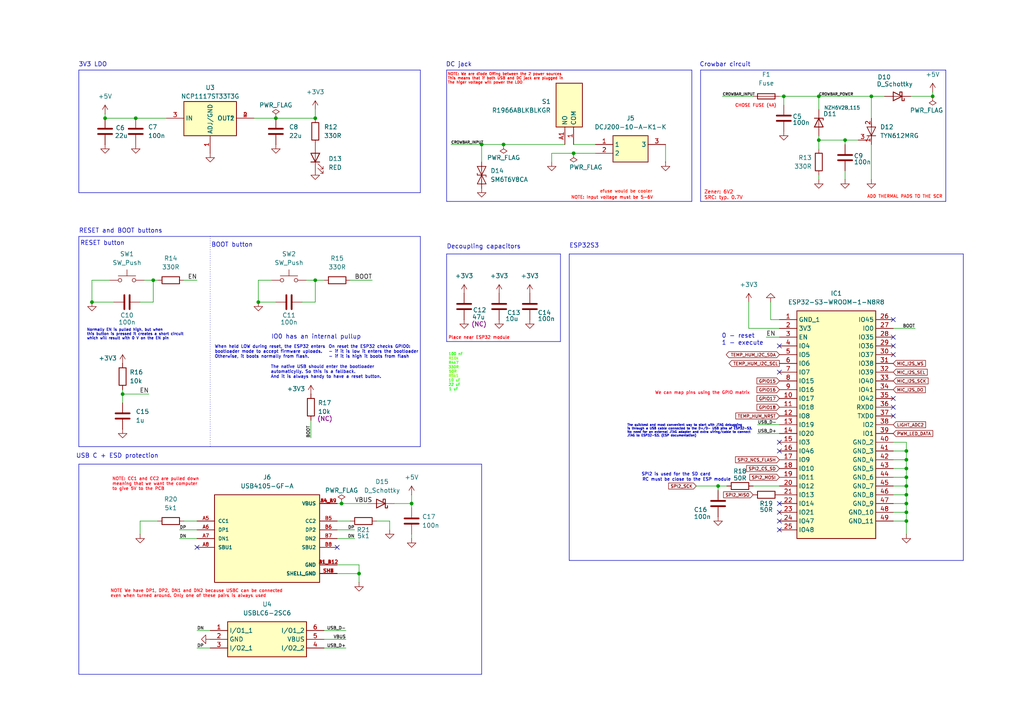
<source format=kicad_sch>
(kicad_sch (version 20250114) (generator "eeschema") (generator_version "9.0")
  (paper "A4")
  (lib_symbols
    (symbol "DCJ200-10-A-K1-K:DCJ200-10-A-K1-K"
      (property "Reference" "J" (at 16.51 7.62 0))
      (property "Value" "DCJ200-10-A-K1-K" (at 16.51 5.08 0))
      (symbol "DCJ200-10-A-K1-K_1_1"
        (pin passive line (at 0 0 0) (length 5.08) (name "1") (number "1"))
        (pin passive line (at 0 -2.54 0) (length 5.08) (name "2") (number "2"))
        (pin passive line (at 20.32 0 180) (length 5.08) (name "3") (number "3"))
      )
    )
    (symbol "Device:C" (pin_numbers (hide yes)) (pin_names (offset 0.254))
      (property "Reference" "C" (at 0.635 2.54 0))
      (property "Value" "C" (at 0.635 -2.54 0))
      (symbol "C_1_1"
        (pin passive line (at 0 3.81 270) (length 2.794) (name "~") (number "1"))
        (pin passive line (at 0 -3.81 90) (length 2.794) (name "~") (number "2"))
      )
    )
    (symbol "Device:D_Schottky" (pin_numbers (hide yes)) (pin_names (offset 1.016) (hide yes))
      (property "Reference" "D" (at 0 2.54 0))
      (property "Value" "D_Schottky" (at 0 -2.54 0))
      (symbol "D_Schottky_1_1"
        (pin passive line (at -3.81 0 0) (length 2.54) (name "K") (number "1"))
        (pin passive line (at 3.81 0 180) (length 2.54) (name "A") (number "2"))
      )
    )
    (symbol "Device:D_Zener" (pin_numbers (hide yes)) (pin_names (offset 1.016) (hide yes))
      (property "Reference" "D" (at 0 2.54 0))
      (property "Value" "D_Zener" (at 0 -2.54 0))
      (symbol "D_Zener_1_1"
        (pin passive line (at -3.81 0 0) (length 2.54) (name "K") (number "1"))
        (pin passive line (at 3.81 0 180) (length 2.54) (name "A") (number "2"))
      )
    )
    (symbol "Device:Fuse" (pin_numbers (hide yes)) (pin_names (offset 0))
      (property "Reference" "F" (at 2.032 0 90))
      (property "Value" "Fuse" (at -1.905 0 90))
      (symbol "Fuse_1_1"
        (pin passive line (at 0 3.81 270) (length 1.27) (name "~") (number "1"))
        (pin passive line (at 0 -3.81 90) (length 1.27) (name "~") (number "2"))
      )
    )
    (symbol "Device:Q_SCR_KAG" (pin_names (offset 0) (hide yes))
      (property "Reference" "D" (at 1.905 0.635 0))
      (property "Value" "Q_SCR_KAG" (at 1.905 -1.27 0))
      (symbol "Q_SCR_KAG_1_1"
        (pin input line (at -3.81 -2.54 0) (length 2.54) (name "G") (number "3"))
        (pin passive line (at 0 3.81 270) (length 2.54) (name "A") (number "2"))
        (pin passive line (at 0 -3.81 90) (length 2.54) (name "K") (number "1"))
      )
    )
    (symbol "Device:R" (pin_numbers (hide yes)) (pin_names (offset 0))
      (property "Reference" "R" (at 2.032 0 90))
      (property "Value" "R" (at 0 0 90))
      (symbol "R_1_1"
        (pin passive line (at 0 3.81 270) (length 1.27) (name "~") (number "1"))
        (pin passive line (at 0 -3.81 90) (length 1.27) (name "~") (number "2"))
      )
    )
    (symbol "Diode:ESD9B3.3ST5G" (pin_numbers (hide yes)) (pin_names (offset 1.016) (hide yes))
      (property "Reference" "D" (at 0 2.54 0))
      (property "Value" "ESD9B3.3ST5G" (at 0 -2.54 0))
      (symbol "ESD9B3.3ST5G_1_1"
        (pin passive line (at -3.81 0 0) (length 2.54) (name "A1") (number "1"))
        (pin passive line (at 3.81 0 180) (length 2.54) (name "A2") (number "2"))
      )
    )
    (symbol "ESP32-S3-WROOM-1-N8R8:ESP32-S3-WROOM-1-N8R8"
      (property "Reference" "IC" (at 29.21 7.62 0))
      (property "Value" "ESP32-S3-WROOM-1-N8R8" (at 29.21 5.08 0))
      (symbol "ESP32-S3-WROOM-1-N8R8_1_1"
        (pin passive line (at 0 0 0) (length 5.08) (name "GND_1") (number "1"))
        (pin passive line (at 0 -2.54 0) (length 5.08) (name "3V3") (number "2"))
        (pin passive line (at 0 -5.08 0) (length 5.08) (name "EN") (number "3"))
        (pin passive line (at 0 -7.62 0) (length 5.08) (name "IO4") (number "4"))
        (pin passive line (at 0 -10.16 0) (length 5.08) (name "IO5") (number "5"))
        (pin passive line (at 0 -12.7 0) (length 5.08) (name "IO6") (number "6"))
        (pin passive line (at 0 -15.24 0) (length 5.08) (name "IO7") (number "7"))
        (pin passive line (at 0 -17.78 0) (length 5.08) (name "IO15") (number "8"))
        (pin passive line (at 0 -20.32 0) (length 5.08) (name "IO16") (number "9"))
        (pin passive line (at 0 -22.86 0) (length 5.08) (name "IO17") (number "10"))
        (pin passive line (at 0 -25.4 0) (length 5.08) (name "IO18") (number "11"))
        (pin passive line (at 0 -27.94 0) (length 5.08) (name "IO8") (number "12"))
        (pin passive line (at 0 -30.48 0) (length 5.08) (name "IO19") (number "13"))
        (pin passive line (at 0 -33.02 0) (length 5.08) (name "IO20") (number "14"))
        (pin passive line (at 0 -35.56 0) (length 5.08) (name "IO3") (number "15"))
        (pin passive line (at 0 -38.1 0) (length 5.08) (name "IO46") (number "16"))
        (pin passive line (at 0 -40.64 0) (length 5.08) (name "IO9") (number "17"))
        (pin passive line (at 0 -43.18 0) (length 5.08) (name "IO10") (number "18"))
        (pin passive line (at 0 -45.72 0) (length 5.08) (name "IO11") (number "19"))
        (pin passive line (at 0 -48.26 0) (length 5.08) (name "IO12") (number "20"))
        (pin passive line (at 0 -50.8 0) (length 5.08) (name "IO13") (number "21"))
        (pin passive line (at 0 -53.34 0) (length 5.08) (name "IO14") (number "22"))
        (pin passive line (at 0 -55.88 0) (length 5.08) (name "IO21") (number "23"))
        (pin passive line (at 0 -58.42 0) (length 5.08) (name "IO47") (number "24"))
        (pin passive line (at 0 -60.96 0) (length 5.08) (name "IO48") (number "25"))
        (pin passive line (at 33.02 0 180) (length 5.08) (name "IO45") (number "26"))
        (pin passive line (at 33.02 -2.54 180) (length 5.08) (name "IO0") (number "27"))
        (pin passive line (at 33.02 -5.08 180) (length 5.08) (name "IO35") (number "28"))
        (pin passive line (at 33.02 -7.62 180) (length 5.08) (name "IO36") (number "29"))
        (pin passive line (at 33.02 -10.16 180) (length 5.08) (name "IO37") (number "30"))
        (pin passive line (at 33.02 -12.7 180) (length 5.08) (name "IO38") (number "31"))
        (pin passive line (at 33.02 -15.24 180) (length 5.08) (name "IO39") (number "32"))
        (pin passive line (at 33.02 -17.78 180) (length 5.08) (name "IO40") (number "33"))
        (pin passive line (at 33.02 -20.32 180) (length 5.08) (name "IO41") (number "34"))
        (pin passive line (at 33.02 -22.86 180) (length 5.08) (name "IO42") (number "35"))
        (pin passive line (at 33.02 -25.4 180) (length 5.08) (name "RXD0") (number "36"))
        (pin passive line (at 33.02 -27.94 180) (length 5.08) (name "TXD0") (number "37"))
        (pin passive line (at 33.02 -30.48 180) (length 5.08) (name "IO2") (number "38"))
        (pin passive line (at 33.02 -33.02 180) (length 5.08) (name "IO1") (number "39"))
        (pin passive line (at 33.02 -35.56 180) (length 5.08) (name "GND_2") (number "40"))
        (pin passive line (at 33.02 -38.1 180) (length 5.08) (name "GND_3") (number "41"))
        (pin passive line (at 33.02 -40.64 180) (length 5.08) (name "GND_4") (number "42"))
        (pin passive line (at 33.02 -43.18 180) (length 5.08) (name "GND_5") (number "43"))
        (pin passive line (at 33.02 -45.72 180) (length 5.08) (name "GND_6") (number "44"))
        (pin passive line (at 33.02 -48.26 180) (length 5.08) (name "GND_7") (number "45"))
        (pin passive line (at 33.02 -50.8 180) (length 5.08) (name "GND_8") (number "46"))
        (pin passive line (at 33.02 -53.34 180) (length 5.08) (name "GND_9") (number "47"))
        (pin passive line (at 33.02 -55.88 180) (length 5.08) (name "GND_10") (number "48"))
        (pin passive line (at 33.02 -58.42 180) (length 5.08) (name "GND_11") (number "49"))
      )
    )
    (symbol "LED_1" (pin_numbers (hide yes)) (pin_names (offset 1.016) (hide yes))
      (property "Reference" "D" (at 0 2.54 0))
      (property "Value" "LED" (at 0 -2.54 0))
      (symbol "LED_1_1_1"
        (pin passive line (at -3.81 0 0) (length 2.54) (name "K") (number "1"))
        (pin passive line (at 3.81 0 180) (length 2.54) (name "A") (number "2"))
      )
    )
    (symbol "NCP1117ST33T3G:NCP1117-fixed"
      (property "Reference" "U" (at 0 0 0))
      (symbol "NCP1117-fixed_1_1"
        (pin passive line (at -17.78 -6.35 0) (length 5.08) (name "IN") (number "3"))
        (pin passive line (at -5.08 -16.51 90) (length 5.08) (name "ADJ/GND") (number "1"))
        (pin passive line (at 7.62 -6.35 180) (length 5.08) (name "OUT1") (number "2"))
        (pin passive line (at 7.62 -6.35 180) (length 5.08) (name "OUT2") (number "4"))
      )
    )
    (symbol "R1966ABLKBLKGR:R1966ABLKBLKGR"
      (property "Reference" "S" (at 19.05 7.62 0))
      (property "Value" "R1966ABLKBLKGR" (at 19.05 5.08 0))
      (symbol "R1966ABLKBLKGR_1_1"
        (pin passive line (at 0 0 0) (length 5.08) (name "NO") (number "A1"))
        (pin passive line (at 0 -2.54 0) (length 5.08) (name "COM") (number "1"))
      )
    )
    (symbol "Switch:SW_Push" (pin_numbers (hide yes)) (pin_names (offset 1.016) (hide yes))
      (property "Reference" "SW" (at 1.27 2.54 0))
      (property "Value" "SW_Push" (at 0 -1.524 0))
      (symbol "SW_Push_0_1"
        (pin passive line (at -5.08 0 0) (length 2.54) (name "1") (number "1"))
        (pin passive line (at 5.08 0 180) (length 2.54) (name "2") (number "2"))
      )
    )
    (symbol "USB4105-GF-A:USB4105-GF-A" (pin_names (offset 1.016))
      (property "Reference" "J" (at -15.24 13.97 0))
      (property "Value" "USB4105-GF-A" (at -15.24 -15.24 0))
      (symbol "USB4105-GF-A_0_0"
        (pin bidirectional line (at -20.32 5.08 0) (length 5.08) (name "CC1") (number "A5"))
        (pin bidirectional line (at -20.32 2.54 0) (length 5.08) (name "DP1") (number "A6"))
        (pin bidirectional line (at -20.32 0 0) (length 5.08) (name "DN1") (number "A7"))
        (pin bidirectional line (at -20.32 -2.54 0) (length 5.08) (name "SBU1") (number "A8"))
        (pin power_in line (at 20.32 10.16 180) (length 5.08) (name "VBUS") (number "A4_B9"))
        (pin power_in line (at 20.32 10.16 180) (length 5.08) (name "VBUS") (number "B4_A9"))
        (pin bidirectional line (at 20.32 5.08 180) (length 5.08) (name "CC2") (number "B5"))
        (pin bidirectional line (at 20.32 2.54 180) (length 5.08) (name "DP2") (number "B6"))
        (pin bidirectional line (at 20.32 0 180) (length 5.08) (name "DN2") (number "B7"))
        (pin bidirectional line (at 20.32 -2.54 180) (length 5.08) (name "SBU2") (number "B8"))
        (pin power_in line (at 20.32 -7.62 180) (length 5.08) (name "GND") (number "A1_B12"))
        (pin power_in line (at 20.32 -7.62 180) (length 5.08) (name "GND") (number "B1_A12"))
        (pin power_in line (at 20.32 -10.16 180) (length 5.08) (name "SHELL_GND") (number "SH1"))
        (pin power_in line (at 20.32 -10.16 180) (length 5.08) (name "SHELL_GND") (number "SH2"))
        (pin power_in line (at 20.32 -10.16 180) (length 5.08) (name "SHELL_GND") (number "SH3"))
        (pin power_in line (at 20.32 -10.16 180) (length 5.08) (name "SHELL_GND") (number "SH4"))
      )
    )
    (symbol "USBLC6-2SC6:USBLC6-2SC6"
      (property "Reference" "IC" (at 29.21 7.62 0))
      (property "Value" "USBLC6-2SC6" (at 29.21 5.08 0))
      (symbol "USBLC6-2SC6_1_1"
        (pin passive line (at 0 0 0) (length 5.08) (name "I/O1_1") (number "1"))
        (pin passive line (at 0 -2.54 0) (length 5.08) (name "GND") (number "2"))
        (pin passive line (at 0 -5.08 0) (length 5.08) (name "I/O2_1") (number "3"))
        (pin passive line (at 33.02 0 180) (length 5.08) (name "I/O1_2") (number "6"))
        (pin passive line (at 33.02 -2.54 180) (length 5.08) (name "VBUS") (number "5"))
        (pin passive line (at 33.02 -5.08 180) (length 5.08) (name "I/O2_2") (number "4"))
      )
    )
    (symbol "power:+3V3" (power) (pin_numbers (hide yes)) (pin_names (offset 0) (hide yes))
      (property "Value" "+3V3" (at 0 3.556 0))
      (symbol "+3V3_1_1"
        (pin power_in line (at 0 0 90) (length 0) (name "~") (number "1"))
      )
    )
    (symbol "power:+5V" (power) (pin_numbers (hide yes)) (pin_names (offset 0) (hide yes))
      (property "Value" "+5V" (at 0 3.556 0))
      (symbol "+5V_1_1"
        (pin power_in line (at 0 0 90) (length 0) (name "~") (number "1"))
      )
    )
    (symbol "power:GND" (power) (pin_numbers (hide yes)) (pin_names (offset 0) (hide yes))
      (property "Value" "GND" (at 0 -3.81 0))
      (symbol "GND_1_1"
        (pin power_in line (at 0 0 270) (length 0) (name "~") (number "1"))
      )
    )
    (symbol "power:PWR_FLAG" (power) (pin_numbers (hide yes)) (pin_names (offset 0) (hide yes))
      (property "Value" "PWR_FLAG" (at 0 3.81 0))
      (symbol "PWR_FLAG_0_0"
        (pin power_out line (at 0 0 90) (length 0) (name "~") (number "1"))
      )
    )
  )
  (text "330R" (at 131.572 106.68 0) (effects (font (size 0.762 0.762))))
  (text "DC jack" (at 133.096 18.796 0) (effects (font (size 1.27 1.27))))
  (text "USB C + ESD protection" (at 34.036 132.334 0) (effects (font (size 1.27 1.27))))
  (text "3V3 LDO" (at 26.924 18.796 0) (effects (font (size 1.27 1.27))))
  (text "NOTE: CC1 and CC2 are pulled down\nmeaning that we want the computer \nto give 5V to the PCB" (at 32.512 140.462 0) (effects (font (size 0.889 0.889)) (justify left)))
  (text "R5k1" (at 131.572 109.22 0) (effects (font (size 0.762 0.762))))
  (text "22 uF" (at 131.826 111.76 0) (effects (font (size 0.762 0.762))))
  (text "R10k" (at 131.572 104.14 0) (effects (font (size 0.762 0.762))))
  (text "We can map pins using the GPIO matrix" (at 203.708 114.046 0) (effects (font (size 0.889 0.889))))
  (text "R4k7" (at 131.572 105.41 0) (effects (font (size 0.762 0.762))))
  (text "0 - reset\n1 - execute" (at 209.296 98.552 0) (effects (font (size 1.27 1.27)) (justify left)))
  (text "CHOSE FUSE (4A)" (at 219.202 30.734 0) (effects (font (size 0.889 0.889))))
  (text "ADD THERMAL PADS TO THE SCR" (at 251.46 57.15 0) (effects (font (size 0.889 0.889)) (justify left)))
  (text "100 nF" (at 130.048 102.87 0) (effects (font (size 0.762 0.762)) (justify left)))
  (text "RESET button" (at 29.718 70.612 0) (effects (font (size 1.27 1.27))))
  (text "When held LOW during reset, the ESP32 enters \nbootloader mode to accept firmware uploads.\nOtherwise, it boots normally from flash." (at 62.23 102.108 0) (effects (font (size 0.889 0.889)) (justify left)))
  (text "IO0 has an internal pullup" (at 91.694 97.79 0) (effects (font (size 1.27 1.27))))
  (text "Zener: 6V2\nSRC: typ. 0.7V" (at 204.216 56.642 0) (effects (font (size 1.016 1.016)) (justify left)))
  (text "Place near ESP32 module" (at 138.938 98.044 0) (effects (font (size 0.889 0.889))))
  (text "NOTE: Input voltage must be 5-6V" (at 165.608 57.404 0) (effects (font (size 0.889 0.889)) (justify left)))
  (text "50R" (at 131.318 107.95 0) (effects (font (size 0.762 0.762))))
  (text "The quickest and most convenient way to start with JTAG debugging\nis through a USB cable connected to the D+/D- USB pins of ESP32-S3.\nNo need for an external JTAG adapter and extra wiring/cable to connect\nJTAG to ESP32-S3. (ESP documentation)" (at 181.864 124.968 0) (effects (font (size 0.635 0.635)) (justify left)))
  (text "Crowbar circuit" (at 210.312 18.796 0) (effects (font (size 1.27 1.27))))
  (text "efuse would be cooler" (at 181.61 55.626 0) (effects (font (size 0.889 0.889))))
  (text "RESET and BOOT buttons" (at 22.86 67.056 0) (effects (font (size 1.27 1.27)) (justify left)))
  (text "10 uF" (at 131.826 110.49 0) (effects (font (size 0.762 0.762))))
  (text "SPI2 is used for the SD card" (at 196.088 137.668 0) (effects (font (size 0.889 0.889))))
  (text "Decoupling capacitors" (at 129.54 71.628 0) (effects (font (size 1.27 1.27)) (justify left)))
  (text "BOOT button" (at 67.31 71.12 0) (effects (font (size 1.27 1.27))))
  (text "RC must be close to the ESP module" (at 199.136 139.192 0) (effects (font (size 0.889 0.889))))
  (text "NOTE: We are diode ORing between the 2 power sources\nThis means that if both USB and DC jack are plugged in\nThe higer voltage will power the LDO" (at 129.794 22.86 0) (effects (font (size 0.762 0.762)) (justify left)))
  (text "Normally EN is pulled high, but when\nthis button is pressed it creates a short circuit\nwhich will result with 0 V on the EN pin" (at 25.146 97.028 0) (effects (font (size 0.762 0.762)) (justify left)))
  (text "NOTE We have DP1, DP2, DN1 and DN2 because USBC can be connected\neven when turned around. Only one of these pairs is always used" (at 32.004 172.212 0) (effects (font (size 0.889 0.889)) (justify left)))
  (text "1 uF" (at 131.572 113.03 0) (effects (font (size 0.762 0.762))))
  (text "On reset the ESP32 checks GPIO0:\n- if it is low it enters the bootloader\n- if it is high it boots from flash" (at 95.25 102.108 0) (effects (font (size 0.889 0.889)) (justify left)))
  (text "The native USB should enter the bootloader\nautomaticylly. So this is a fallback.\nAnd it is always handy to have a reset button." (at 78.486 107.95 0) (effects (font (size 0.889 0.889)) (justify left)))
  (text "ESP32S3" (at 165.1 71.374 0) (effects (font (size 1.27 1.27)) (justify left)))
  (junction (at 262.89 146.05))
  (junction (at 91.44 34.29))
  (junction (at 237.49 40.64))
  (junction (at 104.14 166.37))
  (junction (at 119.38 146.05))
  (junction (at 262.89 151.13))
  (junction (at 262.89 133.35))
  (junction (at 262.89 148.59))
  (junction (at 35.56 114.3))
  (junction (at 146.05 41.91))
  (junction (at 262.89 135.89))
  (junction (at 80.01 34.29))
  (junction (at 252.73 27.94))
  (junction (at 74.93 87.63))
  (junction (at 227.33 27.94))
  (junction (at 39.37 34.29))
  (junction (at 91.44 81.28))
  (junction (at 99.06 146.05))
  (junction (at 262.89 143.51))
  (junction (at 262.89 140.97))
  (junction (at 262.89 130.81))
  (junction (at 237.49 27.94))
  (junction (at 270.51 27.94))
  (junction (at 30.48 34.29))
  (junction (at 166.37 44.45))
  (junction (at 262.89 138.43))
  (junction (at 208.28 140.97))
  (junction (at 139.7 41.91))
  (junction (at 245.11 40.64))
  (junction (at 26.67 87.63))
  (junction (at 44.45 81.28))
  (no_connect (at 259.08 102.87))
  (no_connect (at 226.06 128.27))
  (no_connect (at 226.06 130.81))
  (no_connect (at 259.08 115.57))
  (no_connect (at 259.08 118.11))
  (no_connect (at 57.15 158.75))
  (no_connect (at 226.06 148.59))
  (no_connect (at 259.08 120.65))
  (no_connect (at 259.08 97.79))
  (no_connect (at 97.79 158.75))
  (no_connect (at 226.06 146.05))
  (no_connect (at 226.06 100.33))
  (no_connect (at 226.06 153.67))
  (no_connect (at 226.06 151.13))
  (no_connect (at 259.08 100.33))
  (no_connect (at 259.08 92.71))
  (no_connect (at 226.06 107.95))
  (wire (pts (xy 146.05 41.91) (xy 139.7 41.91)))
  (wire (pts (xy 30.48 33.02) (xy 30.48 34.29)))
  (wire (pts (xy 40.64 151.13) (xy 40.64 154.94)))
  (wire (pts (xy 252.73 34.29) (xy 252.73 27.94)))
  (polyline (pts (xy 203.2 20.32) (xy 203.2 58.42)))
  (wire (pts (xy 227.33 27.94) (xy 227.33 30.48)))
  (wire (pts (xy 237.49 27.94) (xy 237.49 31.75)))
  (polyline (pts (xy 165.1 73.66) (xy 165.1 162.56)) (stroke (width 0) (type solid)))
  (polyline (pts (xy 22.86 134.62) (xy 22.86 195.58)) (stroke (width 0) (type solid)))
  (wire (pts (xy 264.16 27.94) (xy 270.51 27.94)))
  (wire (pts (xy 219.71 125.73) (xy 226.06 125.73)))
  (polyline (pts (xy 279.4 73.66) (xy 165.1 73.66)) (stroke (width 0) (type solid)))
  (wire (pts (xy 26.67 87.63) (xy 33.02 87.63)))
  (wire (pts (xy 259.08 146.05) (xy 262.89 146.05)))
  (polyline (pts (xy 279.4 162.56) (xy 279.4 73.66)) (stroke (width 0) (type solid)))
  (polyline (pts (xy 274.32 58.42) (xy 274.32 20.32)))
  (wire (pts (xy 35.56 114.3) (xy 35.56 116.84)))
  (polyline (pts (xy 22.86 20.32) (xy 22.86 55.88)))
  (wire (pts (xy 114.3 146.05) (xy 119.38 146.05)))
  (wire (pts (xy 160.02 46.99) (xy 160.02 44.45)))
  (wire (pts (xy 262.89 130.81) (xy 262.89 133.35)))
  (wire (pts (xy 245.11 41.91) (xy 245.11 40.64)))
  (wire (pts (xy 39.37 34.29) (xy 48.26 34.29)))
  (wire (pts (xy 57.15 182.88) (xy 60.96 182.88)))
  (wire (pts (xy 193.04 41.91) (xy 193.04 46.99)))
  (wire (pts (xy 91.44 81.28) (xy 93.98 81.28)))
  (wire (pts (xy 237.49 40.64) (xy 245.11 40.64)))
  (polyline (pts (xy 129.54 20.32) (xy 200.66 20.32)) (stroke (width 0) (type solid)))
  (wire (pts (xy 262.89 143.51) (xy 262.89 146.05)))
  (wire (pts (xy 218.44 140.97) (xy 226.06 140.97)))
  (wire (pts (xy 259.08 135.89) (xy 262.89 135.89)))
  (wire (pts (xy 201.93 140.97) (xy 208.28 140.97)))
  (polyline (pts (xy 129.54 73.66) (xy 162.56 73.66)) (stroke (width 0) (type solid)))
  (wire (pts (xy 119.38 154.94) (xy 119.38 156.21)))
  (wire (pts (xy 259.08 151.13) (xy 262.89 151.13)))
  (wire (pts (xy 222.25 97.79) (xy 226.06 97.79)))
  (wire (pts (xy 259.08 130.81) (xy 262.89 130.81)))
  (wire (pts (xy 90.17 121.92) (xy 90.17 127)))
  (wire (pts (xy 57.15 187.96) (xy 60.96 187.96)))
  (wire (pts (xy 208.28 140.97) (xy 208.28 142.24)))
  (polyline (pts (xy 129.54 73.66) (xy 129.54 99.06)) (stroke (width 0) (type solid)))
  (wire (pts (xy 146.05 41.91) (xy 163.83 41.91)))
  (wire (pts (xy 252.73 27.94) (xy 237.49 27.94)))
  (wire (pts (xy 210.82 140.97) (xy 208.28 140.97)))
  (wire (pts (xy 91.44 87.63) (xy 91.44 81.28)))
  (wire (pts (xy 35.56 113.03) (xy 35.56 114.3)))
  (wire (pts (xy 259.08 133.35) (xy 262.89 133.35)))
  (wire (pts (xy 26.67 81.28) (xy 26.67 87.63)))
  (polyline (pts (xy 139.7 195.58) (xy 22.86 195.58)) (stroke (width 0) (type solid)))
  (wire (pts (xy 97.79 163.83) (xy 104.14 163.83)))
  (wire (pts (xy 113.03 151.13) (xy 113.03 153.67)))
  (wire (pts (xy 119.38 143.51) (xy 119.38 146.05)))
  (wire (pts (xy 259.08 140.97) (xy 262.89 140.97)))
  (wire (pts (xy 87.63 87.63) (xy 91.44 87.63)))
  (wire (pts (xy 262.89 133.35) (xy 262.89 135.89)))
  (wire (pts (xy 45.72 151.13) (xy 40.64 151.13)))
  (wire (pts (xy 259.08 138.43) (xy 262.89 138.43)))
  (wire (pts (xy 99.06 146.05) (xy 106.68 146.05)))
  (wire (pts (xy 259.08 143.51) (xy 262.89 143.51)))
  (polyline (pts (xy 22.86 55.88) (xy 121.92 55.88)))
  (wire (pts (xy 139.7 41.91) (xy 139.7 46.99)))
  (polyline (pts (xy 139.7 134.62) (xy 139.7 195.58)) (stroke (width 0) (type solid)))
  (wire (pts (xy 217.17 95.25) (xy 226.06 95.25)))
  (wire (pts (xy 259.08 148.59) (xy 262.89 148.59)))
  (wire (pts (xy 53.34 81.28) (xy 57.15 81.28)))
  (wire (pts (xy 223.52 87.63) (xy 223.52 92.71)))
  (polyline (pts (xy 129.54 99.06) (xy 162.56 99.06)) (stroke (width 0) (type solid)))
  (wire (pts (xy 270.51 27.94) (xy 270.51 26.67)))
  (wire (pts (xy 97.79 151.13) (xy 101.6 151.13)))
  (polyline (pts (xy 129.54 58.42) (xy 129.54 20.32)) (stroke (width 0) (type solid)))
  (wire (pts (xy 52.07 156.21) (xy 57.15 156.21)))
  (polyline (pts (xy 121.92 68.58) (xy 121.92 129.54)) (stroke (width 0) (type solid)))
  (polyline (pts (xy 22.86 68.58) (xy 121.92 68.58)) (stroke (width 0) (type solid)))
  (wire (pts (xy 53.34 151.13) (xy 57.15 151.13)))
  (wire (pts (xy 237.49 50.8) (xy 237.49 52.07)))
  (wire (pts (xy 30.48 34.29) (xy 39.37 34.29)))
  (wire (pts (xy 172.72 44.45) (xy 166.37 44.45)))
  (wire (pts (xy 262.89 128.27) (xy 262.89 130.81)))
  (polyline (pts (xy 22.86 68.58) (xy 22.86 129.54)) (stroke (width 0) (type solid)))
  (polyline (pts (xy 121.92 20.32) (xy 22.86 20.32)))
  (wire (pts (xy 227.33 27.94) (xy 237.49 27.94)))
  (wire (pts (xy 259.08 128.27) (xy 262.89 128.27)))
  (polyline (pts (xy 121.92 129.54) (xy 22.86 129.54)) (stroke (width 0) (type solid)))
  (polyline (pts (xy 162.56 99.06) (xy 162.56 73.66)) (stroke (width 0) (type solid)))
  (wire (pts (xy 237.49 39.37) (xy 237.49 40.64)))
  (wire (pts (xy 223.52 92.71) (xy 226.06 92.71)))
  (wire (pts (xy 262.89 151.13) (xy 262.89 154.94)))
  (wire (pts (xy 91.44 31.75) (xy 91.44 34.29)))
  (wire (pts (xy 160.02 44.45) (xy 166.37 44.45)))
  (wire (pts (xy 41.91 81.28) (xy 44.45 81.28)))
  (wire (pts (xy 97.79 146.05) (xy 99.06 146.05)))
  (wire (pts (xy 97.79 153.67) (xy 102.87 153.67)))
  (polyline (pts (xy 165.1 162.56) (xy 279.4 162.56)) (stroke (width 0) (type solid)))
  (wire (pts (xy 35.56 114.3) (xy 43.18 114.3)))
  (wire (pts (xy 40.64 87.63) (xy 44.45 87.63)))
  (wire (pts (xy 52.07 153.67) (xy 57.15 153.67)))
  (wire (pts (xy 262.89 148.59) (xy 262.89 151.13)))
  (polyline (pts (xy 203.2 58.42) (xy 274.32 58.42)))
  (wire (pts (xy 104.14 166.37) (xy 104.14 168.91)))
  (wire (pts (xy 31.75 81.28) (xy 26.67 81.28)))
  (wire (pts (xy 252.73 41.91) (xy 252.73 52.07)))
  (wire (pts (xy 101.6 81.28) (xy 107.95 81.28)))
  (wire (pts (xy 88.9 81.28) (xy 91.44 81.28)))
  (wire (pts (xy 245.11 52.07) (xy 245.11 49.53)))
  (wire (pts (xy 219.71 123.19) (xy 226.06 123.19)))
  (wire (pts (xy 93.98 185.42) (xy 100.33 185.42)))
  (wire (pts (xy 262.89 138.43) (xy 262.89 140.97)))
  (wire (pts (xy 44.45 87.63) (xy 44.45 81.28)))
  (wire (pts (xy 74.93 87.63) (xy 80.01 87.63)))
  (wire (pts (xy 80.01 34.29) (xy 91.44 34.29)))
  (wire (pts (xy 109.22 151.13) (xy 113.03 151.13)))
  (wire (pts (xy 74.93 81.28) (xy 74.93 87.63)))
  (wire (pts (xy 262.89 140.97) (xy 262.89 143.51)))
  (polyline (pts (xy 60.96 68.58) (xy 60.96 129.54)) (stroke (width 0) (type dot)))
  (polyline (pts (xy 203.2 20.32) (xy 274.32 20.32)))
  (wire (pts (xy 217.17 87.63) (xy 217.17 95.25)))
  (wire (pts (xy 97.79 166.37) (xy 104.14 166.37)))
  (wire (pts (xy 245.11 40.64) (xy 248.92 40.64)))
  (polyline (pts (xy 129.54 58.42) (xy 200.66 58.42)) (stroke (width 0) (type solid)))
  (polyline (pts (xy 200.66 20.32) (xy 200.66 58.42)) (stroke (width 0) (type solid)))
  (wire (pts (xy 252.73 27.94) (xy 256.54 27.94)))
  (wire (pts (xy 237.49 40.64) (xy 237.49 43.18)))
  (wire (pts (xy 104.14 163.83) (xy 104.14 166.37)))
  (wire (pts (xy 130.81 41.91) (xy 139.7 41.91)))
  (wire (pts (xy 44.45 81.28) (xy 45.72 81.28)))
  (wire (pts (xy 78.74 81.28) (xy 74.93 81.28)))
  (wire (pts (xy 259.08 95.25) (xy 265.43 95.25)))
  (wire (pts (xy 97.79 156.21) (xy 102.87 156.21)))
  (wire (pts (xy 262.89 146.05) (xy 262.89 148.59)))
  (wire (pts (xy 73.66 34.29) (xy 80.01 34.29)))
  (wire (pts (xy 166.37 41.91) (xy 172.72 41.91)))
  (wire (pts (xy 93.98 187.96) (xy 100.33 187.96)))
  (wire (pts (xy 119.38 146.05) (xy 119.38 147.32)))
  (wire (pts (xy 209.55 27.94) (xy 218.44 27.94)))
  (wire (pts (xy 262.89 135.89) (xy 262.89 138.43)))
  (polyline (pts (xy 22.86 134.62) (xy 139.7 134.62)) (stroke (width 0) (type solid)))
  (wire (pts (xy 93.98 182.88) (xy 100.33 182.88)))
  (polyline (pts (xy 121.92 55.88) (xy 121.92 20.32)))
  (wire (pts (xy 226.06 27.94) (xy 227.33 27.94)))
  (label "DN" (at 102.87 156.21 180) (effects (font (size 0.889 0.889))))
  (label "EN" (at 222.25 97.79 0))
  (label "CROWBAR_POWER" (at 237.49 27.94 0) (effects (font (size 0.762 0.762))))
  (label "DP" (at 57.15 187.96 0) (effects (font (size 0.889 0.889))))
  (label "VBUS" (at 102.87 146.05 0))
  (label "USB_D+" (at 219.71 125.73 0) (effects (font (size 0.889 0.889))))
  (label "DN" (at 57.15 182.88 0) (effects (font (size 0.889 0.889))))
  (label "BOOT" (at 265.43 95.25 180) (effects (font (size 0.889 0.889))))
  (label "EN" (at 57.15 81.28 180))
  (label "USB_D+" (at 100.33 187.96 180) (effects (font (size 0.889 0.889))))
  (label "DP" (at 102.87 153.67 180) (effects (font (size 0.889 0.889))))
  (label "CROWBAR_INPUT" (at 209.55 27.94 0) (effects (font (size 0.762 0.762))))
  (label "DP" (at 52.07 153.67 0) (effects (font (size 0.889 0.889))))
  (label "EN" (at 43.18 114.3 180))
  (label "VBUS" (at 100.33 185.42 180) (effects (font (size 0.889 0.889))))
  (label "BOOT" (at 90.17 127 90) (effects (font (size 0.889 0.889))))
  (label "CROWBAR_INPUT" (at 130.81 41.91 0) (effects (font (size 0.762 0.762))))
  (label "USB_D-" (at 219.71 123.19 0) (effects (font (size 0.889 0.889))))
  (label "USB_D-" (at 100.33 182.88 180) (effects (font (size 0.889 0.889))))
  (label "BOOT" (at 107.95 81.28 180))
  (label "DN" (at 52.07 156.21 0) (effects (font (size 0.889 0.889))))
  (global_label "LIGHT_ADC2" (shape input) (at 259.08 123.19 0) (effects (font (size 0.889 0.889))) (property "Intersheetrefs" "${INTERSHEET_REFS}" (effects (hide yes))))
  (global_label "MIC_I2S_SEL" (shape input) (at 259.08 107.95 0) (effects (font (size 0.889 0.889))) (property "Intersheetrefs" "${INTERSHEET_REFS}" (effects (hide yes))))
  (global_label "SPI2_MISO" (shape input) (at 218.44 143.51 180) (effects (font (size 0.889 0.889))) (property "Intersheetrefs" "${INTERSHEET_REFS}" (effects (hide yes))))
  (global_label "SPI2_MOSI" (shape input) (at 226.06 138.43 180) (effects (font (size 0.889 0.889))) (property "Intersheetrefs" "${INTERSHEET_REFS}" (effects (hide yes))))
  (global_label "TEMP_HUM_I2C_SDA" (shape bidirectional) (at 226.06 102.87 180) (effects (font (size 0.889 0.889))) (property "Intersheetrefs" "${INTERSHEET_REFS}" (effects (hide yes))))
  (global_label "MIC_I2S_WS" (shape input) (at 259.08 105.41 0) (effects (font (size 0.889 0.889))) (property "Intersheetrefs" "${INTERSHEET_REFS}" (effects (hide yes))))
  (global_label "MIC_I2S_SCK" (shape input) (at 259.08 110.49 0) (effects (font (size 0.889 0.889))) (property "Intersheetrefs" "${INTERSHEET_REFS}" (effects (hide yes))))
  (global_label "GPIO17" (shape input) (at 226.06 115.57 180) (effects (font (size 0.889 0.889))) (property "Intersheetrefs" "${INTERSHEET_REFS}" (effects (hide yes))))
  (global_label "GPIO15" (shape input) (at 226.06 110.49 180) (effects (font (size 0.889 0.889))) (property "Intersheetrefs" "${INTERSHEET_REFS}" (effects (hide yes))))
  (global_label "TEMP_HUM_I2C_SCL" (shape output) (at 226.06 105.41 180) (effects (font (size 0.889 0.889))) (property "Intersheetrefs" "${INTERSHEET_REFS}" (effects (hide yes))))
  (global_label "GPIO16" (shape input) (at 226.06 113.03 180) (effects (font (size 0.889 0.889))) (property "Intersheetrefs" "${INTERSHEET_REFS}" (effects (hide yes))))
  (global_label "SPI2_NCS_FLASH" (shape input) (at 226.06 133.35 180) (effects (font (size 0.889 0.889))) (property "Intersheetrefs" "${INTERSHEET_REFS}" (effects (hide yes))))
  (global_label "MIC_I2S_DO" (shape input) (at 259.08 113.03 0) (effects (font (size 0.889 0.889))) (property "Intersheetrefs" "${INTERSHEET_REFS}" (effects (hide yes))))
  (global_label "SPI2_SCK" (shape input) (at 201.93 140.97 180) (effects (font (size 0.889 0.889))) (property "Intersheetrefs" "${INTERSHEET_REFS}" (effects (hide yes))))
  (global_label "SPI2_CS_SD" (shape input) (at 226.06 135.89 180) (effects (font (size 0.889 0.889))) (property "Intersheetrefs" "${INTERSHEET_REFS}" (effects (hide yes))))
  (global_label "TEMP_HUM_NRST" (shape input) (at 226.06 120.65 180) (effects (font (size 0.889 0.889))) (property "Intersheetrefs" "${INTERSHEET_REFS}" (effects (hide yes))))
  (global_label "GPIO18" (shape input) (at 226.06 118.11 180) (effects (font (size 0.889 0.889))) (property "Intersheetrefs" "${INTERSHEET_REFS}" (effects (hide yes))))
  (global_label "PWM_LED_DATA" (shape input) (at 259.08 125.73 0) (effects (font (size 0.889 0.889))) (property "Intersheetrefs" "${INTERSHEET_REFS}" (effects (hide yes))))
  (symbol (lib_id "power:GND") (at 252.73 52.07 0) (unit 1)
    (property "Reference" "#PWR051" (effects (hide yes)))
    (property "Value" "GND" (effects (hide yes)))
    (property "Description" "Power symbol creates a global label with name \"GND\" , ground" (effects (hide yes)))
  )
  (symbol (lib_id "power:GND") (at 113.03 153.67 0) (unit 1)
    (property "Reference" "#PWR068" (effects (hide yes)))
    (property "Value" "GND" (effects (hide yes)))
    (property "Description" "Power symbol creates a global label with name \"GND\" , ground" (effects (hide yes)))
  )
  (symbol (lib_id "Device:C") (at 227.33 34.29 0) (unit 1)
    (property "Reference" "C5" (at 229.87 33.782 0) (effects (justify left)))
    (property "Value" "100n" (at 229.87 35.56 0) (effects (justify left)))
    (property "Footprint" "Capacitor_SMD:C_0805_2012Metric_Pad1.18x1.45mm_HandSolder" (effects (hide yes)))
    (property "Description" "Unpolarized capacitor" (effects (hide yes)))
  )
  (symbol (lib_id "USBLC6-2SC6:USBLC6-2SC6") (at 60.96 182.88 0) (unit 1)
    (property "Reference" "U4" (at 77.47 175.26 0))
    (property "Value" "USBLC6-2SC6" (at 77.47 177.8 0))
    (property "Footprint" "ESP32-project-footprints:SOT95P280X145-6N" (effects (hide yes)))
    (property "Datasheet" "http://www.st.com/st-web-ui/static/active/en/resource/technical/document/datasheet/CD00050750.pdf" (effects (hide yes)))
    (property "Description" "TVS Diode Array Uni-Directional USBLC6-2SC6 17V, SOT-23 6-Pin" (effects (hide yes)))
    (property "Height" "1.45" (effects (hide yes)))
    (property "TME Electronic Components Part Number" "https://www.tme.eu/cz/details/usblc6-2sc6/ochranne-diody-site/stmicroelectronics/" (effects (hide yes)))
    (property "Manufacturer_Name" "STMicroelectronics" (effects (hide yes)))
    (property "Manufacturer_Part_Number" "USBLC6-2SC6" (effects (hide yes)))
  )
  (symbol (lib_id "Device:R") (at 222.25 143.51 270) (unit 1)
    (property "Reference" "R19" (at 222.25 146.05 90))
    (property "Value" "50R" (at 222.25 147.828 90))
    (property "Footprint" "Resistor_SMD:R_0402_1005Metric_Pad0.72x0.64mm_HandSolder" (effects (hide yes)))
    (property "Description" "Resistor" (effects (hide yes)))
  )
  (symbol (lib_id "USB4105-GF-A:USB4105-GF-A") (at 77.47 156.21 0) (unit 1)
    (property "Reference" "J6" (at 77.47 138.43 0))
    (property "Value" "USB4105-GF-A" (at 77.47 140.97 0))
    (property "Footprint" "ESP32-project-footprints:GCT_USB4105-GF-A" (effects (hide yes)))
    (property "Datasheet" "https://www.tme.eu/Document/1f050d2dc938bcf56fe5f4a6438948a1/USB4105%20-%20Product%20Drawing.pdf" (effects (hide yes)))
    (property "Description" "https://www.tme.eu/cz/details/usb4105-gf-a/konektory-usb-a-ieee1394/gct/" (effects (hide yes)))
    (property "MF" "GCT" (effects (hide yes)))
    (property "MAXIMUM_PACKAGE_HEIGHT" "3.31 mm" (effects (hide yes)))
    (property "Package" "None" (effects (hide yes)))
    (property "Price" "None" (effects (hide yes)))
    (property "Check_prices" "https://www.snapeda.com/parts/USB4105-GF-A/Global+Connector+Technology/view-part/?ref=eda" (effects (hide yes)))
    (property "STANDARD" "Manufacturer Recommendations" (effects (hide yes)))
    (property "PARTREV" "B4" (effects (hide yes)))
    (property "SnapEDA_Link" "https://www.snapeda.com/parts/USB4105-GF-A/Global+Connector+Technology/view-part/?ref=snap" (effects (hide yes)))
    (property "MP" "USB4105-GF-A" (effects (hide yes)))
    (property "Description_1" "USB-C (USB TYPE-C) USB 2.0 Receptacle Connector 24 (16+8 Dummy) Position Surface Mount, Right Angle; Through Hole" (effects (hide yes)))
    (property "Availability" "In Stock" (effects (hide yes)))
    (property "MANUFACTURER" "GCT" (effects (hide yes)))
  )
  (symbol (lib_id "Device:C") (at 30.48 38.1 0) (unit 1)
    (property "Reference" "C6" (at 33.528 37.084 0) (effects (justify left)))
    (property "Value" "22u" (at 33.274 39.37 0) (effects (justify left)))
    (property "Footprint" "Capacitor_SMD:C_0805_2012Metric_Pad1.18x1.45mm_HandSolder" (effects (hide yes)))
    (property "Description" "Unpolarized capacitor" (effects (hide yes)))
  )
  (symbol (lib_id "Device:D_Schottky") (at 110.49 146.05 180) (unit 1)
    (property "Reference" "D15" (at 110.8075 139.7 0))
    (property "Value" "D_Schottky" (at 110.8075 142.24 0))
    (property "Footprint" "ESP32-project-footprints:DIONM5226X230N" (effects (hide yes)))
    (property "Datasheet" "https://www.diodes.com/datasheet/download/B320AE.pdf" (effects (hide yes)))
    (property "Description" "Schottky diode" (effects (hide yes)))
    (property "TME link" "https://www.tme.eu/cz/details/b320ae-13/diody-schottky-smd/diodes-incorporated/" (effects (hide yes)))
  )
  (symbol (lib_id "power:+5V") (at 119.38 143.51 0) (unit 1)
    (property "Reference" "#PWR066" (effects (hide yes)))
    (property "Value" "+5V" (at 119.38 138.43 0))
    (property "Description" "Power symbol creates a global label with name \"+5V\"" (effects (hide yes)))
  )
  (symbol (lib_id "Switch:SW_Push") (at 36.83 81.28 0) (unit 1)
    (property "Reference" "SW1" (at 36.83 73.66 0))
    (property "Value" "SW_Push" (at 36.83 76.2 0))
    (property "Footprint" "Button_Switch_THT:SW_PUSH_6mm_H9.5mm" (effects (hide yes)))
    (property "Description" "Push button switch, generic, two pins" (effects (hide yes)))
  )
  (symbol (lib_id "power:GND") (at 144.78 92.71 0) (unit 1)
    (property "Reference" "#PWR061" (effects (hide yes)))
    (property "Value" "GND" (effects (hide yes)))
    (property "Description" "Power symbol creates a global label with name \"GND\" , ground" (effects (hide yes)))
  )
  (symbol (lib_id "Device:R") (at 97.79 81.28 90) (unit 1)
    (property "Reference" "R15" (at 97.79 74.93 90))
    (property "Value" "330R" (at 97.79 77.47 90))
    (property "Footprint" "Resistor_SMD:R_0805_2012Metric_Pad1.20x1.40mm_HandSolder" (effects (hide yes)))
    (property "Description" "Resistor" (effects (hide yes)))
  )
  (symbol (lib_id "power:GND") (at 80.01 41.91 0) (unit 1)
    (property "Reference" "#PWR044" (effects (hide yes)))
    (property "Value" "GND" (effects (hide yes)))
    (property "Description" "Power symbol creates a global label with name \"GND\" , ground" (effects (hide yes)))
  )
  (symbol (lib_id "power:GND") (at 26.67 87.63 0) (unit 1)
    (property "Reference" "#PWR056" (effects (hide yes)))
    (property "Value" "GND" (effects (hide yes)))
    (property "Description" "Power symbol creates a global label with name \"GND\" , ground" (effects (hide yes)))
  )
  (symbol (lib_id "power:GND") (at 237.49 52.07 0) (unit 1)
    (property "Reference" "#PWR049" (effects (hide yes)))
    (property "Value" "GND" (effects (hide yes)))
    (property "Description" "Power symbol creates a global label with name \"GND\" , ground" (effects (hide yes)))
  )
  (symbol (lib_id "power:GND") (at 74.93 87.63 0) (unit 1)
    (property "Reference" "#PWR057" (effects (hide yes)))
    (property "Value" "GND" (effects (hide yes)))
    (property "Description" "Power symbol creates a global label with name \"GND\" , ground" (effects (hide yes)))
  )
  (symbol (lib_id "power:GND") (at 223.52 87.63 180) (unit 1)
    (property "Reference" "#PWR059" (effects (hide yes)))
    (property "Value" "GND" (effects (hide yes)))
    (property "Description" "Power symbol creates a global label with name \"GND\" , ground" (effects (hide yes)))
  )
  (symbol (lib_id "Device:R") (at 214.63 140.97 270) (unit 1)
    (property "Reference" "R18" (at 214.63 136.652 90))
    (property "Value" "50R" (at 214.63 138.684 90))
    (property "Footprint" "Resistor_SMD:R_0402_1005Metric_Pad0.72x0.64mm_HandSolder" (effects (hide yes)))
    (property "Description" "Resistor" (effects (hide yes)))
  )
  (symbol (lib_id "Device:R") (at 105.41 151.13 270) (unit 1)
    (property "Reference" "R21" (at 105.41 153.67 90))
    (property "Value" "5k1" (at 105.41 155.448 90))
    (property "Footprint" "Resistor_SMD:R_0805_2012Metric_Pad1.20x1.40mm_HandSolder" (effects (hide yes)))
    (property "Description" "Resistor" (effects (hide yes)))
  )
  (symbol (lib_id "power:GND") (at 40.64 154.94 0) (unit 1)
    (property "Reference" "#PWR069" (effects (hide yes)))
    (property "Value" "GND" (effects (hide yes)))
    (property "Description" "Power symbol creates a global label with name \"GND\" , ground" (effects (hide yes)))
  )
  (symbol (lib_id "Device:D_Schottky") (at 260.35 27.94 180) (unit 1)
    (property "Reference" "D10" (at 254.508 22.352 0) (effects (justify right)))
    (property "Value" "D_Schottky" (at 254.254 24.384 0) (effects (justify right)))
    (property "Footprint" "Diode_SMD:D_SMA" (effects (hide yes)))
    (property "Datasheet" "https://www.diodes.com/datasheet/download/B320AE.pdf" (effects (hide yes)))
    (property "Description" "Schottky diode" (effects (hide yes)))
    (property "TME link" "https://www.tme.eu/cz/details/b320ae-13/diody-schottky-smd/diodes-incorporated/" (effects (hide yes)))
  )
  (symbol (lib_id "power:GND") (at 104.14 168.91 0) (unit 1)
    (property "Reference" "#PWR072" (effects (hide yes)))
    (property "Value" "GND" (effects (hide yes)))
    (property "Description" "Power symbol creates a global label with name \"GND\" , ground" (effects (hide yes)))
  )
  (symbol (lib_id "power:GND") (at 30.48 41.91 0) (unit 1)
    (property "Reference" "#PWR042" (effects (hide yes)))
    (property "Value" "GND" (effects (hide yes)))
    (property "Description" "Power symbol creates a global label with name \"GND\" , ground" (effects (hide yes)))
  )
  (symbol (lib_id "Device:D_Zener") (at 237.49 35.56 270) (unit 1)
    (property "Reference" "D11" (at 238.76 33.02 90) (effects (justify left)))
    (property "Value" "NZH6V2B,115" (at 239.014 31.242 90) (effects (font (size 1.016 1.016)) (justify left)))
    (property "Footprint" "Diode_SMD:D_SOD-123F" (effects (hide yes)))
    (property "Datasheet" "https://www.tme.eu/Document/f077b96c2226688e116e65421bb1a1e4/NZH_SER.pdf" (effects (hide yes)))
    (property "Description" "https://www.tme.eu/cz/details/nzh6v2b.115/zenerovy-diody-smd/nexperia/nzh6v2b-115/" (effects (hide yes)))
  )
  (symbol (lib_id "Device:C") (at 208.28 146.05 180) (unit 1)
    (property "Reference" "C16" (at 203.2 147.828 0))
    (property "Value" "100n" (at 203.708 149.86 0))
    (property "Footprint" "Capacitor_SMD:C_0805_2012Metric_Pad1.18x1.45mm_HandSolder" (effects (hide yes)))
    (property "Description" "Unpolarized capacitor" (effects (hide yes)))
  )
  (symbol (lib_id "Device:R") (at 237.49 46.99 180) (unit 1)
    (property "Reference" "R13" (at 235.458 45.72 0) (effects (justify left)))
    (property "Value" "330R" (at 235.458 48.26 0) (effects (justify left)))
    (property "Footprint" "Resistor_SMD:R_0805_2012Metric_Pad1.20x1.40mm_HandSolder" (effects (hide yes)))
    (property "Description" "Resistor" (effects (hide yes)))
  )
  (symbol (lib_id "Device:Fuse") (at 222.25 27.94 90) (unit 1)
    (property "Reference" "F1" (at 222.25 21.59 90))
    (property "Value" "Fuse" (at 222.25 24.13 90))
    (property "Footprint" "ESP32-project-footprints:FUSC6125X279N" (effects (hide yes)))
    (property "Description" "Fuse" (effects (hide yes)))
  )
  (symbol (lib_id "Device:C") (at 83.82 87.63 90) (unit 1)
    (property "Reference" "C11" (at 83.82 91.44 90))
    (property "Value" "100n" (at 83.82 93.472 90))
    (property "Footprint" "Capacitor_SMD:C_0805_2012Metric_Pad1.18x1.45mm_HandSolder" (effects (hide yes)))
    (property "Description" "Unpolarized capacitor" (effects (hide yes)))
  )
  (symbol (lib_id "Device:C") (at 39.37 38.1 0) (unit 1)
    (property "Reference" "C7" (at 42.926 36.8299 0) (effects (justify left)))
    (property "Value" "100n" (at 42.926 39.3699 0) (effects (justify left)))
    (property "Footprint" "Capacitor_SMD:C_0805_2012Metric_Pad1.18x1.45mm_HandSolder" (effects (hide yes)))
    (property "Description" "Unpolarized capacitor" (effects (hide yes)))
  )
  (symbol (lib_id "Device:C") (at 36.83 87.63 90) (unit 1)
    (property "Reference" "C10" (at 36.83 91.44 90))
    (property "Value" "100n" (at 36.83 93.472 90))
    (property "Footprint" "Capacitor_SMD:C_0805_2012Metric_Pad1.18x1.45mm_HandSolder" (effects (hide yes)))
    (property "Description" "Unpolarized capacitor" (effects (hide yes)))
  )
  (symbol (lib_id "DCJ200-10-A-K1-K:DCJ200-10-A-K1-K") (at 172.72 41.91 0) (unit 1)
    (property "Reference" "J5" (at 182.88 34.29 0))
    (property "Value" "DCJ200-10-A-K1-K" (at 182.88 36.83 0))
    (property "Footprint" "Connector_BarrelJack:BarrelJack_GCT_DCJ200-10-A_Horizontal" (effects (hide yes)))
    (property "Datasheet" "https://gct.co/files/drawings/dcj200-10.pdf" (effects (hide yes)))
    (property "Description" "https://www.tme.eu/cz/details/dcj200-10-a-k1-k/konektory-dc/gct/" (effects (hide yes)))
    (property "Height" "11" (effects (hide yes)))
    (property "Manufacturer_Name" "GCT (GLOBAL CONNECTOR TECHNOLOGY)" (effects (hide yes)))
    (property "Manufacturer_Part_Number" "DCJ200-10-A-K1-K" (effects (hide yes)))
  )
  (symbol (lib_id "power:PWR_FLAG") (at 166.37 44.45 180) (unit 1)
    (property "Reference" "#FLG04" (effects (hide yes)))
    (property "Value" "PWR_FLAG" (at 169.926 48.514 0))
    (property "Description" "Special symbol for telling ERC where power comes from" (effects (hide yes)))
  )
  (symbol (lib_id "power:PWR_FLAG") (at 80.01 34.29 0) (unit 1)
    (property "Reference" "#FLG02" (effects (hide yes)))
    (property "Value" "PWR_FLAG" (at 80.01 30.48 0))
    (property "Description" "Special symbol for telling ERC where power comes from" (effects (hide yes)))
  )
  (symbol (lib_id "Device:R") (at 91.44 38.1 180) (unit 1)
    (property "Reference" "R12" (at 93.98 36.8299 0) (effects (justify right)))
    (property "Value" "330R" (at 93.98 39.3699 0) (effects (justify right)))
    (property "Footprint" "Resistor_SMD:R_0805_2012Metric_Pad1.20x1.40mm_HandSolder" (effects (hide yes)))
    (property "Description" "Resistor" (effects (hide yes)))
  )
  (symbol (lib_name "LED_1") (lib_id "Device:LED") (at 91.44 45.72 90) (unit 1)
    (property "Reference" "D13" (at 95.25 46.0374 90) (effects (justify right)))
    (property "Value" "RED" (at 95.25 48.5774 90) (effects (justify right)))
    (property "Footprint" "LED_SMD:LED_0603_1608Metric_Pad1.05x0.95mm_HandSolder" (effects (hide yes)))
    (property "Description" "https://www.tme.eu/cz/details/ls-q976-nr-1/diody-led-smd-barevne/ams-osram/ls-q976-nr-1/" (effects (hide yes)))
    (property "Sim.Pins" "1=K 2=A" (effects (hide yes)))
  )
  (symbol (lib_id "Device:Q_SCR_KAG") (at 252.73 38.1 0) (unit 1)
    (property "Reference" "D12" (at 255.27 36.8299 0) (effects (justify left)))
    (property "Value" "TYN612MRG" (at 255.27 39.3699 0) (effects (justify left)))
    (property "Footprint" "ESP32-project-footprints:TO255P460X1020X2005-3P" (effects (hide yes)))
    (property "Datasheet" "https://www.tme.eu/Document/d9f9d794eaaafeac8e57e572c3e994db/TYN612M.pdf" (effects (hide yes)))
    (property "Description" "https://www.tme.eu/cz/details/tyn612mrg/tyristory-smd-tht/stmicroelectronics/" (effects (hide yes)))
  )
  (symbol (lib_id "Switch:SW_Push") (at 83.82 81.28 0) (unit 1)
    (property "Reference" "SW2" (at 83.82 73.66 0))
    (property "Value" "SW_Push" (at 83.82 76.2 0))
    (property "Footprint" "Button_Switch_THT:SW_PUSH_6mm_H9.5mm" (effects (hide yes)))
    (property "Description" "Push button switch, generic, two pins" (effects (hide yes)))
  )
  (symbol (lib_id "power:PWR_FLAG") (at 270.51 27.94 180) (unit 1)
    (property "Reference" "#FLG01" (effects (hide yes)))
    (property "Value" "PWR_FLAG" (at 268.732 32.004 0))
    (property "Description" "Special symbol for telling ERC where power comes from" (effects (hide yes)))
  )
  (symbol (lib_id "Device:C") (at 35.56 120.65 180) (unit 1)
    (property "Reference" "C15" (at 39.37 119.3799 0) (effects (justify right)))
    (property "Value" "1u" (at 39.37 121.9199 0) (effects (justify right)))
    (property "Footprint" "Capacitor_SMD:C_0805_2012Metric_Pad1.18x1.45mm_HandSolder" (effects (hide yes)))
    (property "Description" "Unpolarized capacitor" (effects (hide yes)))
  )
  (symbol (lib_id "power:GND") (at 119.38 156.21 0) (unit 1)
    (property "Reference" "#PWR071" (effects (hide yes)))
    (property "Value" "GND" (effects (hide yes)))
    (property "Description" "Power symbol creates a global label with name \"GND\" , ground" (effects (hide yes)))
  )
  (symbol (lib_id "power:GND") (at 139.7 54.61 0) (unit 1)
    (property "Reference" "#PWR052" (effects (hide yes)))
    (property "Value" "GND" (effects (hide yes)))
    (property "Description" "Power symbol creates a global label with name \"GND\" , ground" (effects (hide yes)))
  )
  (symbol (lib_id "Device:C") (at 134.62 88.9 0) (unit 1)
    (property "Reference" "C12" (at 137.16 89.916 0) (effects (justify left)))
    (property "Value" "47u" (at 136.906 91.948 0) (effects (justify left)))
    (property "Footprint" "Capacitor_SMD:C_1206_3216Metric_Pad1.33x1.80mm_HandSolder" (effects (hide yes)))
    (property "Description" "Unpolarized capacitor" (effects (hide yes)))
    (property "Note" "(NC)" (at 138.938 93.98 0))
  )
  (symbol (lib_id "power:GND") (at 160.02 46.99 0) (unit 1)
    (property "Reference" "#PWR046" (effects (hide yes)))
    (property "Value" "GND" (effects (hide yes)))
    (property "Description" "Power symbol creates a global label with name \"GND\" , ground" (effects (hide yes)))
  )
  (symbol (lib_id "power:GND") (at 208.28 149.86 0) (unit 1)
    (property "Reference" "#PWR067" (effects (hide yes)))
    (property "Value" "GND" (effects (hide yes)))
    (property "Description" "Power symbol creates a global label with name \"GND\" , ground" (effects (hide yes)))
  )
  (symbol (lib_id "power:+3V3") (at 35.56 105.41 0) (unit 1)
    (property "Reference" "#PWR063" (effects (hide yes)))
    (property "Value" "+3V3" (at 31.242 103.886 0))
    (property "Description" "Power symbol creates a global label with name \"+3V3\"" (effects (hide yes)))
  )
  (symbol (lib_id "Device:R") (at 49.53 151.13 270) (unit 1)
    (property "Reference" "R20" (at 49.53 144.78 90))
    (property "Value" "5k1" (at 49.53 147.32 90))
    (property "Footprint" "Resistor_SMD:R_0805_2012Metric_Pad1.20x1.40mm_HandSolder" (effects (hide yes)))
    (property "Description" "Resistor" (effects (hide yes)))
  )
  (symbol (lib_id "Device:C") (at 144.78 88.9 0) (unit 1)
    (property "Reference" "C13" (at 147.066 90.678 0) (effects (justify left)))
    (property "Value" "10u" (at 146.558 92.456 0) (effects (justify left)))
    (property "Footprint" "Capacitor_SMD:C_0805_2012Metric_Pad1.18x1.45mm_HandSolder" (effects (hide yes)))
    (property "Description" "Unpolarized capacitor" (effects (hide yes)))
  )
  (symbol (lib_id "Device:R") (at 35.56 109.22 180) (unit 1)
    (property "Reference" "R16" (at 37.592 107.9499 0) (effects (justify right)))
    (property "Value" "10k" (at 37.592 110.4899 0) (effects (justify right)))
    (property "Footprint" "Resistor_SMD:R_0805_2012Metric_Pad1.20x1.40mm_HandSolder" (effects (hide yes)))
    (property "Description" "Resistor" (effects (hide yes)))
  )
  (symbol (lib_id "power:+3V3") (at 90.17 114.3 0) (unit 1)
    (property "Reference" "#PWR064" (effects (hide yes)))
    (property "Value" "+3V3" (at 85.852 112.776 0))
    (property "Description" "Power symbol creates a global label with name \"+3V3\"" (effects (hide yes)))
  )
  (symbol (lib_id "power:+3V3") (at 144.78 85.09 0) (unit 1)
    (property "Reference" "#PWR054" (effects (hide yes)))
    (property "Value" "+3V3" (at 144.78 80.01 0))
    (property "Description" "Power symbol creates a global label with name \"+3V3\"" (effects (hide yes)))
  )
  (symbol (lib_id "ESP32-S3-WROOM-1-N8R8:ESP32-S3-WROOM-1-N8R8") (at 226.06 92.71 0) (unit 1)
    (property "Reference" "IC1" (at 242.57 85.09 0))
    (property "Value" "ESP32-S3-WROOM-1-N8R8" (at 242.57 87.63 0))
    (property "Footprint" "ESP32-project-footprints:ESP32S3WROOM1N4" (effects (hide yes)))
    (property "Datasheet" "https://www.espressif.com/sites/default/files/documentation/esp32-s3-wroom-1_wroom-1u_datasheet_en.pdf" (effects (hide yes)))
    (property "Description" "WiFi Modules - 802.11 (Engineering Samples Only) SMD Module, ESP32-S3R8 with 8 MB Octal PSRAM Die, 8 MB Quad SPI flash, PCB Antenna" (effects (hide yes)))
    (property "Height" "3.25" (effects (hide yes)))
    (property "TME Electronic Components Part Number" "https://www.tme.eu/cz/details/esp32s3-wrm1-8r8/moduly-iot-wifi-bluetooth/espressif/esp32-s3-wroom-1-n8r8/" (effects (hide yes)))
    (property "Manufacturer_Name" "Espressif Systems" (effects (hide yes)))
    (property "Manufacturer_Part_Number" "ESP32-S3-WROOM-1-N8R8" (effects (hide yes)))
  )
  (symbol (lib_id "power:GND") (at 262.89 154.94 0) (unit 1)
    (property "Reference" "#PWR070" (effects (hide yes)))
    (property "Value" "GND" (effects (hide yes)))
    (property "Description" "Power symbol creates a global label with name \"GND\" , ground" (effects (hide yes)))
  )
  (symbol (lib_id "power:PWR_FLAG") (at 99.06 146.05 0) (unit 1)
    (property "Reference" "#FLG05" (effects (hide yes)))
    (property "Value" "PWR_FLAG" (at 99.06 142.24 0))
    (property "Description" "Special symbol for telling ERC where power comes from" (effects (hide yes)))
  )
  (symbol (lib_id "power:GND") (at 153.67 92.71 0) (unit 1)
    (property "Reference" "#PWR062" (effects (hide yes)))
    (property "Value" "GND" (effects (hide yes)))
    (property "Description" "Power symbol creates a global label with name \"GND\" , ground" (effects (hide yes)))
  )
  (symbol (lib_id "Device:C") (at 119.38 151.13 0) (unit 1)
    (property "Reference" "C17" (at 122.428 149.8599 0) (effects (justify left)))
    (property "Value" "100n" (at 122.428 152.3999 0) (effects (justify left)))
    (property "Footprint" "Capacitor_SMD:C_0805_2012Metric_Pad1.18x1.45mm_HandSolder" (effects (hide yes)))
    (property "Description" "Unpolarized capacitor" (effects (hide yes)))
  )
  (symbol (lib_id "power:+5V") (at 270.51 26.67 0) (unit 1)
    (property "Reference" "#PWR038" (effects (hide yes)))
    (property "Value" "+5V" (at 270.51 21.59 0))
    (property "Description" "Power symbol creates a global label with name \"+5V\"" (effects (hide yes)))
  )
  (symbol (lib_id "power:GND") (at 134.62 92.71 0) (unit 1)
    (property "Reference" "#PWR060" (effects (hide yes)))
    (property "Value" "GND" (effects (hide yes)))
    (property "Description" "Power symbol creates a global label with name \"GND\" , ground" (effects (hide yes)))
  )
  (symbol (lib_id "power:GND") (at 39.37 41.91 0) (unit 1)
    (property "Reference" "#PWR043" (effects (hide yes)))
    (property "Value" "GND" (effects (hide yes)))
    (property "Description" "Power symbol creates a global label with name \"GND\" , ground" (effects (hide yes)))
  )
  (symbol (lib_id "Diode:ESD9B3.3ST5G") (at 139.7 50.8 90) (unit 1)
    (property "Reference" "D14" (at 142.24 49.5299 90) (effects (justify right)))
    (property "Value" "SM6T6V8CA" (at 142.24 52.0699 90) (effects (justify right)))
    (property "Footprint" "ESP32-project-footprints:DIONM5436X265N" (effects (hide yes)))
    (property "Datasheet" "https://www.tme.eu/Document/23edf92c6d89bbe8073980c526ca9a86/SM6T.pdf" (effects (hide yes)))
    (property "Description" "https://www.tme.eu/cz/details/sm6t6v8ca/diody-obousmerne-tvs-smd/stmicroelectronics/" (effects (hide yes)))
  )
  (symbol (lib_id "power:GND") (at 193.04 46.99 0) (unit 1)
    (property "Reference" "#PWR047" (effects (hide yes)))
    (property "Value" "GND" (effects (hide yes)))
    (property "Description" "Power symbol creates a global label with name \"GND\" , ground" (effects (hide yes)))
  )
  (symbol (lib_id "power:GND") (at 245.11 52.07 0) (unit 1)
    (property "Reference" "#PWR050" (effects (hide yes)))
    (property "Value" "GND" (effects (hide yes)))
    (property "Description" "Power symbol creates a global label with name \"GND\" , ground" (effects (hide yes)))
  )
  (symbol (lib_id "Device:C") (at 245.11 45.72 0) (unit 1)
    (property "Reference" "C9" (at 247.65 45.212 0) (effects (justify left)))
    (property "Value" "100n" (at 247.65 46.99 0) (effects (justify left)))
    (property "Footprint" "Capacitor_SMD:C_0805_2012Metric_Pad1.18x1.45mm_HandSolder" (effects (hide yes)))
    (property "Description" "Unpolarized capacitor" (effects (hide yes)))
  )
  (symbol (lib_id "power:GND") (at 35.56 124.46 0) (unit 1)
    (property "Reference" "#PWR065" (effects (hide yes)))
    (property "Value" "GND" (effects (hide yes)))
    (property "Description" "Power symbol creates a global label with name \"GND\" , ground" (effects (hide yes)))
  )
  (symbol (lib_id "Device:C") (at 80.01 38.1 0) (unit 1)
    (property "Reference" "C8" (at 83.82 36.8299 0) (effects (justify left)))
    (property "Value" "22u" (at 83.82 39.3699 0) (effects (justify left)))
    (property "Footprint" "Capacitor_SMD:C_0805_2012Metric_Pad1.18x1.45mm_HandSolder" (effects (hide yes)))
    (property "Description" "Unpolarized capacitor" (effects (hide yes)))
  )
  (symbol (lib_id "power:GND") (at 227.33 38.1 0) (unit 1)
    (property "Reference" "#PWR041" (effects (hide yes)))
    (property "Value" "GND" (effects (hide yes)))
    (property "Description" "Power symbol creates a global label with name \"GND\" , ground" (effects (hide yes)))
  )
  (symbol (lib_id "Device:R") (at 90.17 118.11 180) (unit 1)
    (property "Reference" "R17" (at 92.202 116.8399 0) (effects (justify right)))
    (property "Value" "10k" (at 92.202 119.3799 0) (effects (justify right)))
    (property "Footprint" "Resistor_SMD:R_0805_2012Metric_Pad1.20x1.40mm_HandSolder" (effects (hide yes)))
    (property "Description" "Resistor" (effects (hide yes)))
    (property "Note" "(NC)" (at 94.234 121.412 0))
  )
  (symbol (lib_id "power:+5V") (at 30.48 33.02 0) (unit 1)
    (property "Reference" "#PWR040" (effects (hide yes)))
    (property "Value" "+5V" (at 30.48 27.94 0))
    (property "Description" "Power symbol creates a global label with name \"+5V\"" (effects (hide yes)))
  )
  (symbol (lib_id "power:GND") (at 60.96 185.42 270) (unit 1)
    (property "Reference" "#PWR073" (effects (hide yes)))
    (property "Value" "GND" (effects (hide yes)))
    (property "Description" "Power symbol creates a global label with name \"GND\" , ground" (effects (hide yes)))
  )
  (symbol (lib_id "R1966ABLKBLKGR:R1966ABLKBLKGR") (at 163.83 41.91 90) (unit 1)
    (property "Reference" "S1" (at 159.766 29.464 90) (effects (justify left)))
    (property "Value" "R1966ABLKBLKGR" (at 159.766 32.004 90) (effects (justify left)))
    (property "Footprint" "ESP32-project-footprints:R1966ABLKBLKGR" (effects (hide yes)))
    (property "Datasheet" "https://configured-product-images.s3.amazonaws.com/2D/specs/R1966ABLKBLKGR.pdf" (effects (hide yes)))
    (property "Description" "ROCKER, 15A, 125VAC SPST, On-Off Panel Mount, Through Hole, Snap-In, Right Angle" (effects (hide yes)))
    (property "Height" "14.8" (effects (hide yes)))
    (property "Manufacturer_Name" "E-Switch" (effects (hide yes)))
    (property "Manufacturer_Part_Number" "R1966ABLKBLKGR" (effects (hide yes)))
  )
  (symbol (lib_id "power:+3V3") (at 217.17 87.63 0) (unit 1)
    (property "Reference" "#PWR058" (effects (hide yes)))
    (property "Value" "+3V3" (at 217.17 82.55 0))
    (property "Description" "Power symbol creates a global label with name \"+3V3\"" (effects (hide yes)))
  )
  (symbol (lib_id "power:PWR_FLAG") (at 146.05 41.91 180) (unit 1)
    (property "Reference" "#FLG03" (effects (hide yes)))
    (property "Value" "PWR_FLAG" (at 146.05 45.72 0))
    (property "Description" "Special symbol for telling ERC where power comes from" (effects (hide yes)))
  )
  (symbol (lib_id "Device:C") (at 153.67 88.9 0) (unit 1)
    (property "Reference" "C14" (at 155.956 90.678 0) (effects (justify left)))
    (property "Value" "100n" (at 155.956 92.456 0) (effects (justify left)))
    (property "Footprint" "Capacitor_SMD:C_0805_2012Metric_Pad1.18x1.45mm_HandSolder" (effects (hide yes)))
    (property "Description" "Unpolarized capacitor" (effects (hide yes)))
  )
  (symbol (lib_id "power:+3V3") (at 91.44 31.75 0) (unit 1)
    (property "Reference" "#PWR039" (effects (hide yes)))
    (property "Value" "+3V3" (at 91.44 26.67 0))
    (property "Description" "Power symbol creates a global label with name \"+3V3\"" (effects (hide yes)))
  )
  (symbol (lib_id "power:+3V3") (at 134.62 85.09 0) (unit 1)
    (property "Reference" "#PWR053" (effects (hide yes)))
    (property "Value" "+3V3" (at 134.62 80.01 0))
    (property "Description" "Power symbol creates a global label with name \"+3V3\"" (effects (hide yes)))
  )
  (symbol (lib_id "power:+3V3") (at 153.67 85.09 0) (unit 1)
    (property "Reference" "#PWR055" (effects (hide yes)))
    (property "Value" "+3V3" (at 153.67 80.01 0))
    (property "Description" "Power symbol creates a global label with name \"+3V3\"" (effects (hide yes)))
  )
  (symbol (lib_id "Device:R") (at 49.53 81.28 90) (unit 1)
    (property "Reference" "R14" (at 49.53 74.93 90))
    (property "Value" "330R" (at 49.53 77.47 90))
    (property "Footprint" "Resistor_SMD:R_0805_2012Metric_Pad1.20x1.40mm_HandSolder" (effects (hide yes)))
    (property "Description" "Resistor" (effects (hide yes)))
  )
  (symbol (lib_id "power:GND") (at 91.44 49.53 0) (unit 1)
    (property "Reference" "#PWR048" (effects (hide yes)))
    (property "Value" "GND" (effects (hide yes)))
    (property "Description" "Power symbol creates a global label with name \"GND\" , ground" (effects (hide yes)))
  )
  (symbol (lib_id "NCP1117ST33T3G:NCP1117-fixed") (at 66.04 27.94 0) (unit 1)
    (property "Reference" "U3" (at 60.96 25.4 0))
    (property "Value" "NCP1117ST33T3G" (at 60.96 27.94 0))
    (property "Footprint" "ESP32-project-footprints:SOT230P700X180-4N" (effects (hide yes)))
    (property "Datasheet" "https://www.tme.eu/Document/57442e1558d314728827feb66066fe0d/NCP1117_NCV1117.PDF" (effects (hide yes)))
    (property "Description" "https://www.tme.eu/cz/details/ncp1117st33t3g/stabilizatory-napeti-neregulovane-ldo/onsemi/" (effects (hide yes)))
  )
  (symbol (lib_id "power:GND") (at 60.96 44.45 0) (unit 1)
    (property "Reference" "#PWR045" (effects (hide yes)))
    (property "Value" "GND" (effects (hide yes)))
    (property "Description" "Power symbol creates a global label with name \"GND\" , ground" (effects (hide yes)))
  )
)
</source>
